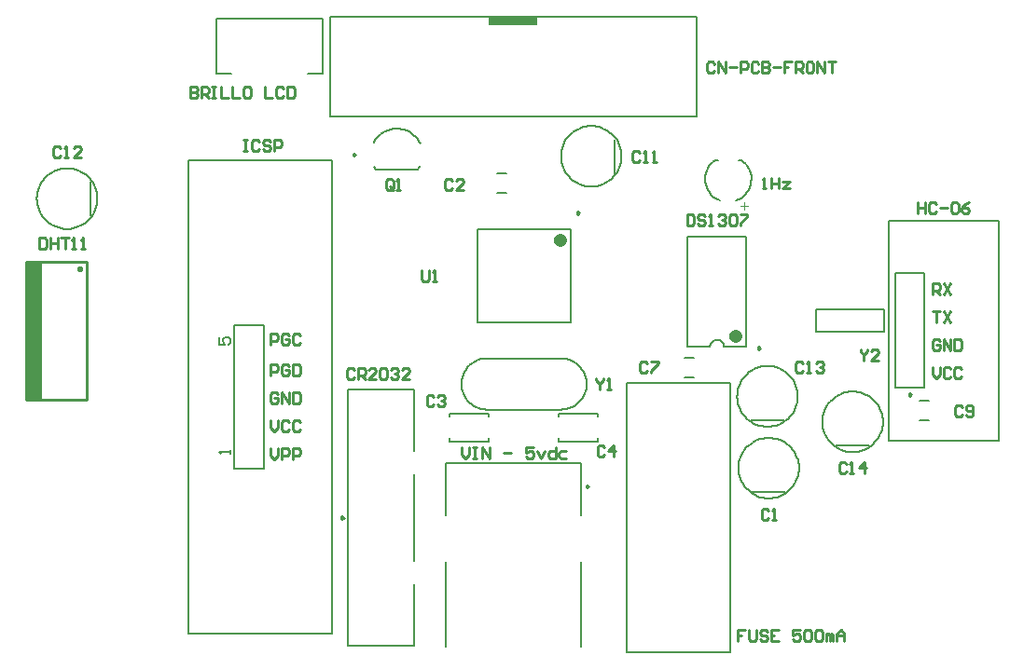
<source format=gto>
%FSTAX23Y23*%
%MOIN*%
%SFA1B1*%

%IPPOS*%
%ADD10C,0.007870*%
%ADD11C,0.009840*%
%ADD12C,0.023620*%
%ADD13C,0.005910*%
%ADD14C,0.005000*%
%ADD15C,0.010000*%
%ADD16C,0.006000*%
%ADD17C,0.003940*%
%ADD18R,0.177170X0.031500*%
%ADD19R,0.060000X0.490000*%
%LNpcb_down-1*%
%LPD*%
G54D10*
X02525Y01123D02*
X02523Y01132D01*
X02517Y0114*
X02509Y01146*
X025Y01148*
X0249Y01146*
X02482Y0114*
X02476Y01132*
X02475Y01123*
X01439Y0185D02*
X01434Y01858D01*
X01429Y01866*
X01422Y01874*
X01415Y01881*
X01408Y01887*
X01399Y01892*
X01391Y01896*
X01381Y01899*
X01372Y01901*
X01362Y01903*
X01352Y01903*
X01343Y01902*
X01333Y019*
X01324Y01898*
X01315Y01894*
X01306Y01889*
X01298Y01884*
X01291Y01877*
X01284Y0187*
X01278Y01862*
X01273Y01854*
X01431Y01758D02*
X01435Y01765D01*
X01439Y01771*
X01273Y01767D02*
X01279Y01758D01*
X01941Y00898D02*
X01951Y00899D01*
X01961Y009*
X01971Y00903*
X0198Y00906*
X01989Y00911*
X01997Y00917*
X02004Y00923*
X02011Y0093*
X02017Y00938*
X02022Y00947*
X02026Y00956*
X0203Y00965*
X02032Y00975*
X02033Y00985*
Y00994*
X02032Y01004*
X0203Y01014*
X02026Y01023*
X02022Y01032*
X02017Y01041*
X02011Y01049*
X02004Y01056*
X01997Y01062*
X01989Y01068*
X0198Y01073*
X01971Y01076*
X01961Y01079*
X01951Y01081*
X01941Y01081*
X01678D02*
X01668Y01081D01*
X01658Y01079*
X01648Y01076*
X01639Y01073*
X0163Y01068*
X01622Y01062*
X01615Y01056*
X01608Y01049*
X01602Y01041*
X01597Y01032*
X01593Y01023*
X01589Y01014*
X01587Y01004*
X01586Y00994*
Y00985*
X01587Y00975*
X01589Y00965*
X01593Y00956*
X01597Y00947*
X01602Y00938*
X01608Y0093*
X01615Y00923*
X01622Y00917*
X0163Y00911*
X01639Y00906*
X01648Y00903*
X01658Y009*
X01668Y00899*
X01678Y00898*
X01713Y01675D02*
X01746D01*
X01713Y01744D02*
X01746D01*
X02604Y01123D02*
Y01516D01*
X02395Y01123D02*
Y01516D01*
X02525Y01123D02*
X02604D01*
X02395D02*
X02475D01*
X02395Y01516D02*
X02604D01*
X02852Y01177D02*
X03096D01*
X02852D02*
Y01256D01*
X03096*
Y01177D02*
Y01256D01*
X0262Y0086D02*
X02739D01*
X00773Y012D02*
X00879D01*
X00773Y00688D02*
Y012D01*
Y00688D02*
X00879D01*
Y012*
X03137Y00976D02*
Y01386D01*
X0324*
Y00976D02*
Y01386D01*
X03137Y00976D02*
X0324D01*
X0109Y02101D02*
Y02298D01*
X00709Y02101D02*
X00762D01*
X01037D02*
X0109D01*
X00709D02*
Y02298D01*
X0109*
X01279Y01758D02*
X01431D01*
X02426Y01948D02*
Y02303D01*
X01116D02*
X02426D01*
X01116Y01948D02*
X02426D01*
X01116D02*
Y02303D01*
X02177Y00031D02*
Y00992D01*
Y00031D02*
X02547D01*
Y00992*
X02177D02*
X02547D01*
X01678Y01081D02*
X01941D01*
X01678Y00898D02*
X01941D01*
X0153Y00521D02*
Y00707D01*
Y00051D02*
Y00354D01*
X02012Y00521D02*
Y00707D01*
Y00051D02*
Y00354D01*
X0153Y00707D02*
X02012D01*
X00261Y01594D02*
Y01712D01*
X02135Y01745D02*
Y01864D01*
X02925Y0077D02*
X03044D01*
X01643Y0121D02*
Y01545D01*
X01978Y0121D02*
Y01545D01*
X01643Y0121D02*
X01978D01*
X01643Y01545D02*
X01978D01*
X01934Y00873D02*
Y00884D01*
Y00785D02*
Y00796D01*
Y00785D02*
X02075D01*
Y00873D02*
Y00884D01*
Y00785D02*
Y00796D01*
X01934Y00884D02*
X02075D01*
X01685Y00785D02*
Y00796D01*
Y00873D02*
Y00884D01*
X01544D02*
X01685D01*
X01544Y00785D02*
Y00796D01*
Y00873D02*
Y00884D01*
Y00785D02*
X01685D01*
X03223Y0086D02*
X03256D01*
X03223Y00929D02*
X03256D01*
X02625Y00604D02*
X02744D01*
X0118Y00054D02*
X01418D01*
Y0075D02*
Y00969D01*
Y00357D02*
Y00666D01*
Y00054D02*
Y00272D01*
X0118Y00969D02*
X01418D01*
X0118Y00054D02*
Y00969D01*
X02383Y01015D02*
X02416D01*
X02383Y01084D02*
X02416D01*
G54D11*
X02654Y01118D02*
X02647Y01123D01*
Y01114*
X02654Y01118*
X03193Y00952D02*
X03186Y00956D01*
Y00948*
X03193Y00952*
X01208Y01811D02*
X01201Y01815D01*
Y01806*
X01208Y01811*
X02041Y00623D02*
X02033Y00627D01*
Y00619*
X02041Y00623*
X02006Y01602D02*
X01999Y01606D01*
Y01598*
X02006Y01602*
X01166Y00511D02*
X01158Y00516D01*
Y00507*
X01166Y00511*
G54D12*
X02576Y01162D02*
X02572Y01171D01*
X02562Y01174*
X02554Y01167*
Y01157*
X02562Y01151*
X02572Y01153*
X02576Y01162*
X0195Y01505D02*
X01946Y01515D01*
X01936Y01517*
X01928Y01511*
Y015*
X01936Y01494*
X01946Y01496*
X0195Y01505*
G54D13*
X02788Y00945D02*
X02787Y00955D01*
X02786Y00965*
X02784Y00975*
X0278Y00984*
X02776Y00993*
X02772Y01002*
X02766Y0101*
X0276Y01018*
X02752Y01025*
X02745Y01032*
X02737Y01037*
X02728Y01042*
X02719Y01046*
X02709Y01049*
X02699Y01052*
X02689Y01053*
X0268Y01053*
X0267Y01053*
X0266Y01052*
X0265Y01049*
X0264Y01046*
X02631Y01042*
X02623Y01037*
X02614Y01032*
X02607Y01025*
X02599Y01018*
X02593Y0101*
X02587Y01002*
X02583Y00993*
X02579Y00984*
X02575Y00975*
X02573Y00965*
X02572Y00955*
X02571Y00945*
X02572Y00935*
X02573Y00925*
X02575Y00916*
X02579Y00906*
X02583Y00897*
X02587Y00888*
X02593Y0088*
X02599Y00872*
X02607Y00865*
X02614Y00859*
X02623Y00853*
X02631Y00848*
X0264Y00844*
X0265Y00841*
X0266Y00839*
X0267Y00837*
X0268Y00837*
X02689Y00837*
X02699Y00839*
X02709Y00841*
X02719Y00844*
X02728Y00848*
X02737Y00853*
X02745Y00859*
X02752Y00865*
X0276Y00872*
X02766Y0088*
X02772Y00888*
X02776Y00897*
X0278Y00906*
X02784Y00916*
X02786Y00925*
X02787Y00935*
X02788Y00945*
X02492Y01791D02*
X02484Y01785D01*
X02477Y01778*
X02471Y0177*
X02466Y01761*
X02462Y01752*
X02459Y01743*
X02457Y01733*
X02457Y01723*
X02458Y01713*
X02459Y01703*
X02462Y01693*
X02467Y01684*
X02472Y01676*
X02478Y01668*
X02485Y01661*
X02493Y01655*
X02502Y0165*
X02511Y01646*
X02568D02*
X02577Y0165D01*
X02586Y01655*
X02594Y01661*
X02601Y01668*
X02607Y01676*
X02612Y01684*
X02617Y01693*
X0262Y01703*
X02621Y01713*
X02622Y01723*
X02622Y01733*
X0262Y01743*
X02617Y01752*
X02613Y01761*
X02608Y0177*
X02602Y01778*
X02595Y01785*
X02587Y01791*
X00285Y01653D02*
X00284Y01663D01*
X00283Y01673*
X00281Y01683*
X00278Y01692*
X00274Y01701*
X00269Y0171*
X00263Y01718*
X00257Y01726*
X0025Y01733*
X00242Y01739*
X00234Y01745*
X00225Y0175*
X00216Y01754*
X00206Y01757*
X00197Y01759*
X00187Y01761*
X00177Y01761*
X00167Y01761*
X00157Y01759*
X00147Y01757*
X00138Y01754*
X00128Y0175*
X0012Y01745*
X00111Y01739*
X00104Y01733*
X00097Y01726*
X0009Y01718*
X00085Y0171*
X0008Y01701*
X00076Y01692*
X00073Y01683*
X0007Y01673*
X00069Y01663*
X00068Y01653*
X00069Y01643*
X0007Y01633*
X00073Y01623*
X00076Y01614*
X0008Y01605*
X00085Y01596*
X0009Y01588*
X00097Y0158*
X00104Y01573*
X00111Y01567*
X0012Y01561*
X00128Y01556*
X00138Y01552*
X00147Y01549*
X00157Y01547*
X00167Y01545*
X00177Y01545*
X00187Y01545*
X00197Y01547*
X00206Y01549*
X00216Y01552*
X00225Y01556*
X00234Y01561*
X00242Y01567*
X0025Y01573*
X00257Y0158*
X00263Y01588*
X00269Y01596*
X00274Y01605*
X00278Y01614*
X00281Y01623*
X00283Y01633*
X00284Y01643*
X00285Y01653*
X02158Y01805D02*
X02158Y01814D01*
X02157Y01824*
X02154Y01834*
X02151Y01844*
X02147Y01853*
X02142Y01862*
X02137Y0187*
X0213Y01877*
X02123Y01885*
X02115Y01891*
X02107Y01897*
X02098Y01901*
X02089Y01905*
X0208Y01909*
X0207Y01911*
X0206Y01912*
X0205Y01913*
X0204Y01912*
X0203Y01911*
X02021Y01909*
X02011Y01905*
X02002Y01901*
X01993Y01897*
X01985Y01891*
X01977Y01885*
X0197Y01877*
X01964Y0187*
X01958Y01862*
X01953Y01853*
X01949Y01844*
X01946Y01834*
X01944Y01824*
X01942Y01814*
X01942Y01805*
X01942Y01795*
X01944Y01785*
X01946Y01775*
X01949Y01765*
X01953Y01756*
X01958Y01748*
X01964Y01739*
X0197Y01732*
X01977Y01724*
X01985Y01718*
X01993Y01712*
X02002Y01708*
X02011Y01704*
X02021Y017*
X0203Y01698*
X0204Y01697*
X0205Y01696*
X0206Y01697*
X0207Y01698*
X0208Y017*
X02089Y01704*
X02098Y01708*
X02107Y01712*
X02115Y01718*
X02123Y01724*
X0213Y01732*
X02137Y01739*
X02142Y01748*
X02147Y01756*
X02151Y01765*
X02154Y01775*
X02157Y01785*
X02158Y01795*
X02158Y01805*
X03093Y00855D02*
X03092Y00864D01*
X03091Y00874*
X03089Y00884*
X03085Y00894*
X03081Y00903*
X03077Y00912*
X03071Y0092*
X03065Y00927*
X03057Y00935*
X0305Y00941*
X03042Y00947*
X03033Y00951*
X03024Y00955*
X03014Y00959*
X03004Y00961*
X02994Y00962*
X02985Y00963*
X02975Y00962*
X02965Y00961*
X02955Y00959*
X02945Y00955*
X02936Y00951*
X02928Y00947*
X02919Y00941*
X02912Y00935*
X02904Y00927*
X02898Y0092*
X02892Y00912*
X02888Y00903*
X02884Y00894*
X0288Y00884*
X02878Y00874*
X02877Y00864*
X02876Y00855*
X02877Y00845*
X02878Y00835*
X0288Y00825*
X02884Y00815*
X02888Y00806*
X02892Y00798*
X02898Y00789*
X02904Y00782*
X02912Y00774*
X02919Y00768*
X02928Y00762*
X02936Y00758*
X02945Y00754*
X02955Y0075*
X02965Y00748*
X02975Y00747*
X02985Y00746*
X02994Y00747*
X03004Y00748*
X03014Y0075*
X03024Y00754*
X03033Y00758*
X03042Y00762*
X0305Y00768*
X03057Y00774*
X03065Y00782*
X03071Y00789*
X03077Y00798*
X03081Y00806*
X03085Y00815*
X03089Y00825*
X03091Y00835*
X03092Y00845*
X03093Y00855*
X02793Y00689D02*
X02792Y00699D01*
X02791Y00709*
X02789Y00719*
X02785Y00728*
X02781Y00737*
X02777Y00746*
X02771Y00754*
X02765Y00762*
X02757Y00769*
X0275Y00775*
X02742Y00781*
X02733Y00786*
X02724Y0079*
X02714Y00793*
X02704Y00795*
X02694Y00797*
X02685Y00797*
X02675Y00797*
X02665Y00795*
X02655Y00793*
X02645Y0079*
X02636Y00786*
X02628Y00781*
X02619Y00775*
X02612Y00769*
X02604Y00762*
X02598Y00754*
X02592Y00746*
X02588Y00737*
X02584Y00728*
X0258Y00719*
X02578Y00709*
X02577Y00699*
X02576Y00689*
X02577Y00679*
X02578Y00669*
X0258Y00659*
X02584Y0065*
X02588Y00641*
X02592Y00632*
X02598Y00624*
X02604Y00616*
X02612Y00609*
X02619Y00602*
X02628Y00597*
X02636Y00592*
X02645Y00588*
X02655Y00585*
X02665Y00582*
X02675Y00581*
X02685Y00581*
X02694Y00581*
X02704Y00582*
X02714Y00585*
X02724Y00588*
X02733Y00592*
X02742Y00597*
X0275Y00602*
X02757Y00609*
X02765Y00616*
X02771Y00624*
X02777Y00632*
X02781Y00641*
X02785Y0065*
X02789Y00659*
X02791Y00669*
X02792Y00679*
X02793Y00689*
X02492Y01791D02*
X02502D01*
X02577D02*
X02587D01*
G54D14*
X03114Y00787D02*
X03507D01*
X03114Y01574D02*
X03507D01*
Y00787D02*
Y01574D01*
X03114Y00787D02*
Y01574D01*
X0061Y00098D02*
X01122D01*
X0061Y01791D02*
X01122D01*
Y00098D02*
Y01791D01*
X0061Y00098D02*
Y01791D01*
G54D15*
X00029Y00935D02*
Y01427D01*
X00246Y00935D02*
Y01427D01*
X00029D02*
X00246D01*
X00029Y00935D02*
X00246D01*
X01553Y01718D02*
X01546Y01724D01*
X01533*
X01527Y01718*
Y01691*
X01533Y01685*
X01546*
X01553Y01691*
X01592Y01685D02*
X01566D01*
X01592Y01711*
Y01718*
X01586Y01724*
X01573*
X01566Y01718*
X02392Y01597D02*
Y01558D01*
X02411*
X02418Y01564*
Y0159*
X02411Y01597*
X02392*
X02457Y0159D02*
X02451Y01597D01*
X02437*
X02431Y0159*
Y01584*
X02437Y01577*
X02451*
X02457Y01571*
Y01564*
X02451Y01558*
X02437*
X02431Y01564*
X0247Y01558D02*
X02483D01*
X02477*
Y01597*
X0247Y0159*
X02503D02*
X0251Y01597D01*
X02523*
X02529Y0159*
Y01584*
X02523Y01577*
X02516*
X02523*
X02529Y01571*
Y01564*
X02523Y01558*
X0251*
X02503Y01564*
X02542Y0159D02*
X02549Y01597D01*
X02562*
X02569Y0159*
Y01564*
X02562Y01558*
X02549*
X02542Y01564*
Y0159*
X02582Y01597D02*
X02608D01*
Y0159*
X02582Y01564*
Y01558*
X03012Y01114D02*
Y01108D01*
X03025Y01095*
X03038Y01108*
Y01114*
X03025Y01095D02*
Y01075D01*
X03077D02*
X03051D01*
X03077Y01101*
Y01108*
X03071Y01114*
X03058*
X03051Y01108*
X02807Y01063D02*
X028Y01069D01*
X02787*
X0278Y01063*
Y01036*
X02787Y0103*
X028*
X02807Y01036*
X0282Y0103D02*
X02833D01*
X02826*
Y01069*
X0282Y01063*
X02852D02*
X02859Y01069D01*
X02872*
X02879Y01063*
Y01056*
X02872Y0105*
X02866*
X02872*
X02879Y01043*
Y01036*
X02872Y0103*
X02859*
X02852Y01036*
X00905Y0113D02*
Y01169D01*
X00924*
X00931Y01162*
Y01149*
X00924Y01143*
X00905*
X0097Y01162D02*
X00964Y01169D01*
X0095*
X00944Y01162*
Y01136*
X0095Y0113*
X00964*
X0097Y01136*
Y01149*
X00957*
X01009Y01162D02*
X01003Y01169D01*
X0099*
X00983Y01162*
Y01136*
X0099Y0113*
X01003*
X01009Y01136*
X00905Y0102D02*
Y01059D01*
X00924*
X00931Y01052*
Y01039*
X00924Y01033*
X00905*
X0097Y01052D02*
X00964Y01059D01*
X0095*
X00944Y01052*
Y01026*
X0095Y0102*
X00964*
X0097Y01026*
Y01039*
X00957*
X00983Y01059D02*
Y0102D01*
X01003*
X01009Y01026*
Y01052*
X01003Y01059*
X00983*
X00806Y01864D02*
X00819D01*
X00812*
Y01825*
X00806*
X00819*
X00865Y01858D02*
X00858Y01864D01*
X00845*
X00838Y01858*
Y01831*
X00845Y01825*
X00858*
X00865Y01831*
X00904Y01858D02*
X00897Y01864D01*
X00884*
X00878Y01858*
Y01851*
X00884Y01845*
X00897*
X00904Y01838*
Y01831*
X00897Y01825*
X00884*
X00878Y01831*
X00917Y01825D02*
Y01864D01*
X00937*
X00943Y01858*
Y01845*
X00937Y01838*
X00917*
X00905Y00859D02*
Y00833D01*
X00918Y0082*
X00931Y00833*
Y00859*
X0097Y00852D02*
X00964Y00859D01*
X0095*
X00944Y00852*
Y00826*
X0095Y0082*
X00964*
X0097Y00826*
X01009Y00852D02*
X01003Y00859D01*
X0099*
X00983Y00852*
Y00826*
X0099Y0082*
X01003*
X01009Y00826*
X00931Y00952D02*
X00924Y00959D01*
X00911*
X00905Y00952*
Y00926*
X00911Y0092*
X00924*
X00931Y00926*
Y00939*
X00918*
X00944Y0092D02*
Y00959D01*
X0097Y0092*
Y00959*
X00983D02*
Y0092D01*
X01003*
X01009Y00926*
Y00952*
X01003Y00959*
X00983*
X00905Y00759D02*
Y00733D01*
X00918Y0072*
X00931Y00733*
Y00759*
X00944Y0072D02*
Y00759D01*
X00964*
X0097Y00752*
Y00739*
X00964Y00733*
X00944*
X00983Y0072D02*
Y00759D01*
X01003*
X01009Y00752*
Y00739*
X01003Y00733*
X00983*
X03218Y01639D02*
Y016D01*
Y0162*
X03244*
Y01639*
Y016*
X03283Y01633D02*
X03277Y01639D01*
X03264*
X03257Y01633*
Y01606*
X03264Y016*
X03277*
X03283Y01606*
X03296Y0162D02*
X03323D01*
X03336Y01633D02*
X03342Y01639D01*
X03355*
X03362Y01633*
Y01606*
X03355Y016*
X03342*
X03336Y01606*
Y01633*
X03401Y01639D02*
X03388Y01633D01*
X03375Y0162*
Y01606*
X03382Y016*
X03395*
X03401Y01606*
Y01613*
X03395Y0162*
X03375*
X00616Y02052D02*
Y02013D01*
X00636*
X00642Y0202*
Y02026*
X00636Y02033*
X00616*
X00636*
X00642Y02039*
Y02046*
X00636Y02052*
X00616*
X00656Y02013D02*
Y02052D01*
X00675*
X00682Y02046*
Y02033*
X00675Y02026*
X00656*
X00669D02*
X00682Y02013D01*
X00695Y02052D02*
X00708D01*
X00701*
Y02013*
X00695*
X00708*
X00728Y02052D02*
Y02013D01*
X00754*
X00767Y02052D02*
Y02013D01*
X00793*
X00826Y02052D02*
X00813D01*
X00806Y02046*
Y0202*
X00813Y02013*
X00826*
X00833Y0202*
Y02046*
X00826Y02052*
X00885D02*
Y02013D01*
X00911*
X00951Y02046D02*
X00944Y02052D01*
X00931*
X00924Y02046*
Y0202*
X00931Y02013*
X00944*
X00951Y0202*
X00964Y02052D02*
Y02013D01*
X00983*
X0099Y0202*
Y02046*
X00983Y02052*
X00964*
X01342Y0169D02*
Y01716D01*
X01335Y01723*
X01322*
X01316Y01716*
Y0169*
X01322Y01684*
X01335*
X01329Y01697D02*
X01342Y01684D01*
X01335D02*
X01342Y0169D01*
X01355Y01684D02*
X01368D01*
X01361*
Y01723*
X01355Y01716*
X02491Y02135D02*
X02484Y02142D01*
X02471*
X02465Y02135*
Y02109*
X02471Y02103*
X02484*
X02491Y02109*
X02504Y02103D02*
Y02142D01*
X0253Y02103*
Y02142*
X02543Y02122D02*
X02569D01*
X02583Y02103D02*
Y02142D01*
X02602*
X02609Y02135*
Y02122*
X02602Y02116*
X02583*
X02648Y02135D02*
X02642Y02142D01*
X02628*
X02622Y02135*
Y02109*
X02628Y02103*
X02642*
X02648Y02109*
X02661Y02142D02*
Y02103D01*
X02681*
X02688Y02109*
Y02116*
X02681Y02122*
X02661*
X02681*
X02688Y02129*
Y02135*
X02681Y02142*
X02661*
X02701Y02122D02*
X02727D01*
X02766Y02142D02*
X0274D01*
Y02122*
X02753*
X0274*
Y02103*
X02779D02*
Y02142D01*
X02799*
X02806Y02135*
Y02122*
X02799Y02116*
X02779*
X02792D02*
X02806Y02103D01*
X02838Y02142D02*
X02825D01*
X02819Y02135*
Y02109*
X02825Y02103*
X02838*
X02845Y02109*
Y02135*
X02838Y02142*
X02858Y02103D02*
Y02142D01*
X02884Y02103*
Y02142*
X02897D02*
X02924D01*
X02911*
Y02103*
X02601Y00109D02*
X02574D01*
Y0009*
X02587*
X02574*
Y0007*
X02614Y00109D02*
Y00076D01*
X0262Y0007*
X02633*
X0264Y00076*
Y00109*
X02679Y00103D02*
X02673Y00109D01*
X0266*
X02653Y00103*
Y00096*
X0266Y0009*
X02673*
X02679Y00083*
Y00076*
X02673Y0007*
X0266*
X02653Y00076*
X02719Y00109D02*
X02692D01*
Y0007*
X02719*
X02692Y0009D02*
X02705D01*
X02797Y00109D02*
X02771D01*
Y0009*
X02784Y00096*
X02791*
X02797Y0009*
Y00076*
X02791Y0007*
X02778*
X02771Y00076*
X0281Y00103D02*
X02817Y00109D01*
X0283*
X02837Y00103*
Y00076*
X0283Y0007*
X02817*
X0281Y00076*
Y00103*
X0285D02*
X02856Y00109D01*
X02869*
X02876Y00103*
Y00076*
X02869Y0007*
X02856*
X0285Y00076*
Y00103*
X02889Y0007D02*
Y00096D01*
X02896*
X02902Y0009*
Y0007*
Y0009*
X02909Y00096*
X02915Y0009*
Y0007*
X02928D02*
Y00096D01*
X02942Y00109*
X02955Y00096*
Y0007*
Y0009*
X02928*
X0327Y0131D02*
Y01349D01*
X03289*
X03296Y01342*
Y01329*
X03289Y01323*
X0327*
X03283D02*
X03296Y0131D01*
X03309Y01349D02*
X03335Y0131D01*
Y01349D02*
X03309Y0131D01*
X0327Y01249D02*
X03296D01*
X03283*
Y0121*
X03309Y01249D02*
X03335Y0121D01*
Y01249D02*
X03309Y0121D01*
X03296Y01142D02*
X03289Y01149D01*
X03276*
X0327Y01142*
Y01116*
X03276Y0111*
X03289*
X03296Y01116*
Y01129*
X03283*
X03309Y0111D02*
Y01149D01*
X03335Y0111*
Y01149*
X03348D02*
Y0111D01*
X03368*
X03374Y01116*
Y01142*
X03368Y01149*
X03348*
X0327Y01049D02*
Y01023D01*
X03283Y0101*
X03296Y01023*
Y01049*
X03335Y01042D02*
X03329Y01049D01*
X03315*
X03309Y01042*
Y01016*
X03315Y0101*
X03329*
X03335Y01016*
X03374Y01042D02*
X03368Y01049D01*
X03355*
X03348Y01042*
Y01016*
X03355Y0101*
X03368*
X03374Y01016*
X00217Y01396D02*
Y01406D01*
X00227*
Y01396*
X00217*
X02962Y00702D02*
X02955Y00709D01*
X02942*
X02936Y00702*
Y00676*
X02942Y0067*
X02955*
X02962Y00676*
X02975Y0067D02*
X02988D01*
X02981*
Y00709*
X02975Y00702*
X03027Y0067D02*
Y00709D01*
X03008Y00689*
X03034*
X00154Y01832D02*
X00147Y01839D01*
X00134*
X00128Y01832*
Y01806*
X00134Y018*
X00147*
X00154Y01806*
X00167Y018D02*
X0018D01*
X00173*
Y01839*
X00167Y01832*
X00226Y018D02*
X002D01*
X00226Y01826*
Y01832*
X00219Y01839*
X00206*
X002Y01832*
X02223Y01817D02*
X02216Y01824D01*
X02203*
X02197Y01817*
Y01791*
X02203Y01785*
X02216*
X02223Y01791*
X02236Y01785D02*
X02249D01*
X02242*
Y01824*
X02236Y01817*
X02269Y01785D02*
X02282D01*
X02275*
Y01824*
X02269Y01817*
X02068Y01009D02*
Y01002D01*
X02081Y00989*
X02094Y01002*
Y01009*
X02081Y00989D02*
Y0097D01*
X02107D02*
X0212D01*
X02113*
Y01009*
X02107Y01002*
X01588Y00764D02*
Y00738D01*
X01601Y00725*
X01614Y00738*
Y00764*
X01627D02*
X0164D01*
X01633*
Y00725*
X01627*
X0164*
X0166D02*
Y00764D01*
X01686Y00725*
Y00764*
X01738Y00745D02*
X01765D01*
X01843Y00764D02*
X01817D01*
Y00745*
X0183Y00751*
X01837*
X01843Y00745*
Y00731*
X01837Y00725*
X01824*
X01817Y00731*
X01856Y00751D02*
X0187Y00725D01*
X01883Y00751*
X01922Y00764D02*
Y00725D01*
X01902*
X01896Y00731*
Y00745*
X01902Y00751*
X01922*
X01961D02*
X01942D01*
X01935Y00745*
Y00731*
X01942Y00725*
X01961*
X01444Y01397D02*
Y01364D01*
X0145Y01358*
X01463*
X0147Y01364*
Y01397*
X01483Y01358D02*
X01496D01*
X01489*
Y01397*
X01483Y0139*
X00077Y01512D02*
Y01472D01*
X00096*
X00103Y01479*
Y01505*
X00096Y01512*
X00077*
X00116D02*
Y01472D01*
Y01492*
X00142*
Y01512*
Y01472*
X00155Y01512D02*
X00182D01*
X00169*
Y01472*
X00195D02*
X00208D01*
X00201*
Y01512*
X00195Y01505*
X00228Y01472D02*
X00241D01*
X00234*
Y01512*
X00228Y01505*
X01203Y01039D02*
X01196Y01046D01*
X01183*
X01177Y01039*
Y01013*
X01183Y01007*
X01196*
X01203Y01013*
X01216Y01007D02*
Y01046D01*
X01236*
X01242Y01039*
Y01026*
X01236Y0102*
X01216*
X01229D02*
X01242Y01007D01*
X01281D02*
X01255D01*
X01281Y01033*
Y01039*
X01275Y01046*
X01262*
X01255Y01039*
X01295D02*
X01301Y01046D01*
X01314*
X01321Y01039*
Y01013*
X01314Y01007*
X01301*
X01295Y01013*
Y01039*
X01334D02*
X0134Y01046D01*
X01354*
X0136Y01039*
Y01033*
X01354Y01026*
X01347*
X01354*
X0136Y0102*
Y01013*
X01354Y01007*
X0134*
X01334Y01013*
X014Y01007D02*
X01373D01*
X014Y01033*
Y01039*
X01393Y01046*
X0138*
X01373Y01039*
X03376Y00907D02*
X03369Y00914D01*
X03356*
X0335Y00907*
Y00881*
X03356Y00875*
X03369*
X03376Y00881*
X03389D02*
X03395Y00875D01*
X03409*
X03415Y00881*
Y00907*
X03409Y00914*
X03395*
X03389Y00907*
Y00901*
X03395Y00894*
X03415*
X02251Y01062D02*
X02244Y01069D01*
X02231*
X02225Y01062*
Y01036*
X02231Y0103*
X02244*
X02251Y01036*
X02264Y01069D02*
X0229D01*
Y01062*
X02264Y01036*
Y0103*
X02098Y00763D02*
X02091Y00769D01*
X02078*
X02072Y00763*
Y00736*
X02078Y0073*
X02091*
X02098Y00736*
X02131Y0073D02*
Y00769D01*
X02111Y0075*
X02137*
X01488Y00943D02*
X01481Y00949D01*
X01468*
X01462Y00943*
Y00916*
X01468Y0091*
X01481*
X01488Y00916*
X01501Y00943D02*
X01508Y00949D01*
X01521*
X01527Y00943*
Y00936*
X01521Y0093*
X01514*
X01521*
X01527Y00923*
Y00916*
X01521Y0091*
X01508*
X01501Y00916*
X02685Y00536D02*
X02678Y00543D01*
X02665*
X02659Y00536*
Y0051*
X02665Y00504*
X02678*
X02685Y0051*
X02698Y00504D02*
X02711D01*
X02704*
Y00543*
X02698Y00536*
X02662Y01689D02*
X02675D01*
X02668*
Y01728*
X02662Y01721*
X02694Y01728D02*
Y01689D01*
Y01708*
X02721*
Y01728*
Y01689*
X02734Y01715D02*
X0276D01*
X02734Y01689*
X0276*
G54D16*
X00719Y01156D02*
Y01129D01*
X00739*
X00733Y01143*
Y01149*
X00739Y01156*
X00753*
X00759Y01149*
Y01136*
X00753Y01129*
X00759Y0074D02*
Y00753D01*
Y00746*
X00719*
X00726Y0074*
G54D17*
X02583Y01628D02*
X0261D01*
X02596Y01615D02*
Y01641D01*
G54D18*
X01771Y02287D03*
G54D19*
X00057Y01181D03*
M02*
</source>
